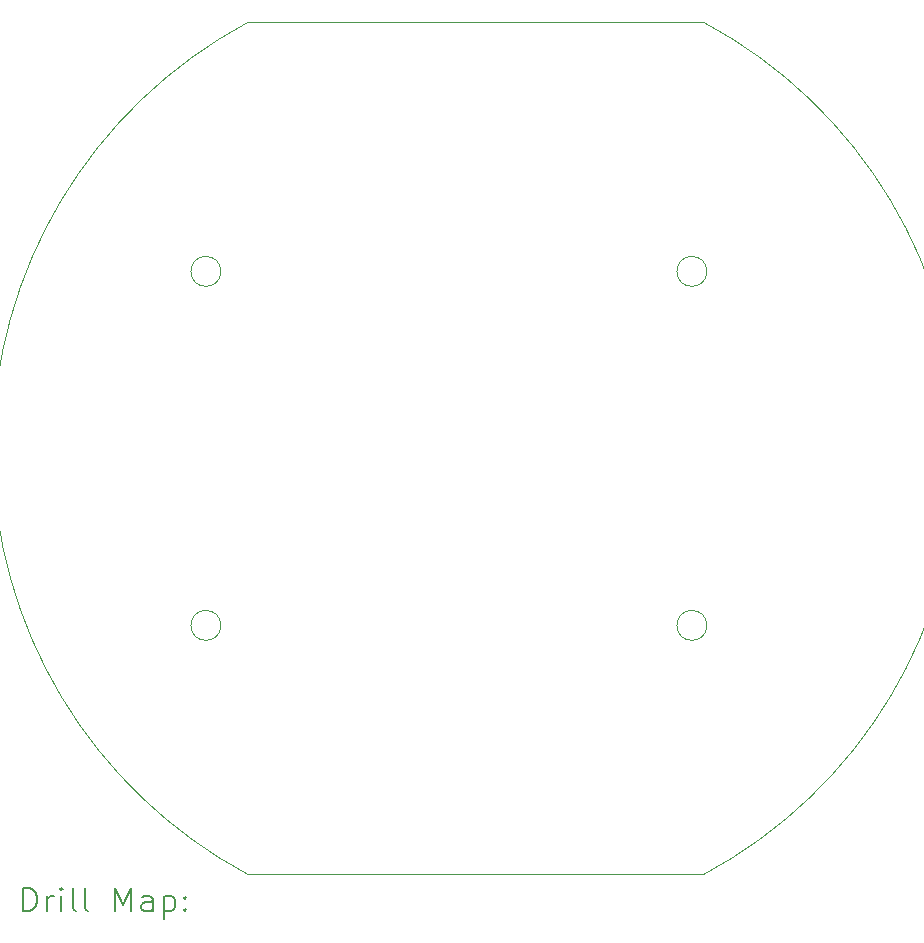
<source format=gbr>
%TF.GenerationSoftware,KiCad,Pcbnew,7.0.5-7.0.5~ubuntu20.04.1*%
%TF.CreationDate,2023-09-13T16:29:32+01:00*%
%TF.ProjectId,Swarm-B_20230626,53776172-6d2d-4425-9f32-303233303632,rev?*%
%TF.SameCoordinates,Original*%
%TF.FileFunction,Drillmap*%
%TF.FilePolarity,Positive*%
%FSLAX45Y45*%
G04 Gerber Fmt 4.5, Leading zero omitted, Abs format (unit mm)*
G04 Created by KiCad (PCBNEW 7.0.5-7.0.5~ubuntu20.04.1) date 2023-09-13 16:29:32*
%MOMM*%
%LPD*%
G01*
G04 APERTURE LIST*
%ADD10C,0.120000*%
%ADD11C,0.050000*%
%ADD12C,0.200000*%
G04 APERTURE END LIST*
D10*
X9728200Y-7924800D02*
G75*
G03*
X9728200Y-7924800I-127000J0D01*
G01*
D11*
X9956800Y-5816600D02*
X13817600Y-5816600D01*
D10*
X13843000Y-10922000D02*
G75*
G03*
X13843000Y-10922000I-127000J0D01*
G01*
D11*
X9956800Y-5816600D02*
G75*
G03*
X9956800Y-13030200I1930400J-3606800D01*
G01*
D10*
X9728200Y-10922000D02*
G75*
G03*
X9728200Y-10922000I-127000J0D01*
G01*
D11*
X13817600Y-13030200D02*
X9956800Y-13030200D01*
D10*
X13843000Y-7924800D02*
G75*
G03*
X13843000Y-7924800I-127000J0D01*
G01*
D11*
X13817600Y-13030200D02*
G75*
G03*
X13817600Y-5816600I-1930400J3606800D01*
G01*
D12*
X8054578Y-13344184D02*
X8054578Y-13144184D01*
X8054578Y-13144184D02*
X8102197Y-13144184D01*
X8102197Y-13144184D02*
X8130769Y-13153707D01*
X8130769Y-13153707D02*
X8149816Y-13172755D01*
X8149816Y-13172755D02*
X8159340Y-13191803D01*
X8159340Y-13191803D02*
X8168864Y-13229898D01*
X8168864Y-13229898D02*
X8168864Y-13258469D01*
X8168864Y-13258469D02*
X8159340Y-13296565D01*
X8159340Y-13296565D02*
X8149816Y-13315612D01*
X8149816Y-13315612D02*
X8130769Y-13334660D01*
X8130769Y-13334660D02*
X8102197Y-13344184D01*
X8102197Y-13344184D02*
X8054578Y-13344184D01*
X8254578Y-13344184D02*
X8254578Y-13210850D01*
X8254578Y-13248946D02*
X8264102Y-13229898D01*
X8264102Y-13229898D02*
X8273626Y-13220374D01*
X8273626Y-13220374D02*
X8292674Y-13210850D01*
X8292674Y-13210850D02*
X8311721Y-13210850D01*
X8378388Y-13344184D02*
X8378388Y-13210850D01*
X8378388Y-13144184D02*
X8368864Y-13153707D01*
X8368864Y-13153707D02*
X8378388Y-13163231D01*
X8378388Y-13163231D02*
X8387912Y-13153707D01*
X8387912Y-13153707D02*
X8378388Y-13144184D01*
X8378388Y-13144184D02*
X8378388Y-13163231D01*
X8502197Y-13344184D02*
X8483150Y-13334660D01*
X8483150Y-13334660D02*
X8473626Y-13315612D01*
X8473626Y-13315612D02*
X8473626Y-13144184D01*
X8606959Y-13344184D02*
X8587912Y-13334660D01*
X8587912Y-13334660D02*
X8578388Y-13315612D01*
X8578388Y-13315612D02*
X8578388Y-13144184D01*
X8835531Y-13344184D02*
X8835531Y-13144184D01*
X8835531Y-13144184D02*
X8902198Y-13287041D01*
X8902198Y-13287041D02*
X8968864Y-13144184D01*
X8968864Y-13144184D02*
X8968864Y-13344184D01*
X9149817Y-13344184D02*
X9149817Y-13239422D01*
X9149817Y-13239422D02*
X9140293Y-13220374D01*
X9140293Y-13220374D02*
X9121245Y-13210850D01*
X9121245Y-13210850D02*
X9083150Y-13210850D01*
X9083150Y-13210850D02*
X9064102Y-13220374D01*
X9149817Y-13334660D02*
X9130769Y-13344184D01*
X9130769Y-13344184D02*
X9083150Y-13344184D01*
X9083150Y-13344184D02*
X9064102Y-13334660D01*
X9064102Y-13334660D02*
X9054578Y-13315612D01*
X9054578Y-13315612D02*
X9054578Y-13296565D01*
X9054578Y-13296565D02*
X9064102Y-13277517D01*
X9064102Y-13277517D02*
X9083150Y-13267993D01*
X9083150Y-13267993D02*
X9130769Y-13267993D01*
X9130769Y-13267993D02*
X9149817Y-13258469D01*
X9245055Y-13210850D02*
X9245055Y-13410850D01*
X9245055Y-13220374D02*
X9264102Y-13210850D01*
X9264102Y-13210850D02*
X9302198Y-13210850D01*
X9302198Y-13210850D02*
X9321245Y-13220374D01*
X9321245Y-13220374D02*
X9330769Y-13229898D01*
X9330769Y-13229898D02*
X9340293Y-13248946D01*
X9340293Y-13248946D02*
X9340293Y-13306088D01*
X9340293Y-13306088D02*
X9330769Y-13325136D01*
X9330769Y-13325136D02*
X9321245Y-13334660D01*
X9321245Y-13334660D02*
X9302198Y-13344184D01*
X9302198Y-13344184D02*
X9264102Y-13344184D01*
X9264102Y-13344184D02*
X9245055Y-13334660D01*
X9426007Y-13325136D02*
X9435531Y-13334660D01*
X9435531Y-13334660D02*
X9426007Y-13344184D01*
X9426007Y-13344184D02*
X9416483Y-13334660D01*
X9416483Y-13334660D02*
X9426007Y-13325136D01*
X9426007Y-13325136D02*
X9426007Y-13344184D01*
X9426007Y-13220374D02*
X9435531Y-13229898D01*
X9435531Y-13229898D02*
X9426007Y-13239422D01*
X9426007Y-13239422D02*
X9416483Y-13229898D01*
X9416483Y-13229898D02*
X9426007Y-13220374D01*
X9426007Y-13220374D02*
X9426007Y-13239422D01*
M02*

</source>
